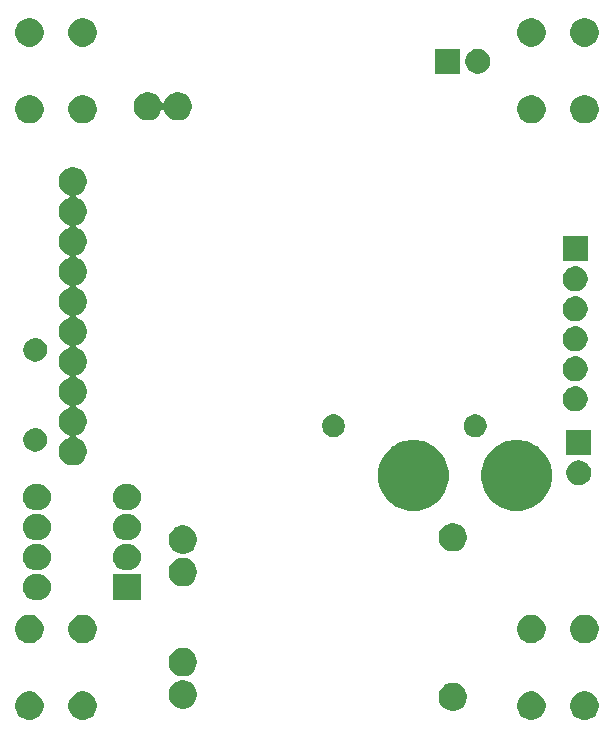
<source format=gbr>
G04 #@! TF.GenerationSoftware,KiCad,Pcbnew,5.1.5-52549c5~84~ubuntu18.04.1*
G04 #@! TF.CreationDate,2020-03-10T16:59:25+01:00*
G04 #@! TF.ProjectId,Nokolino,4e6f6b6f-6c69-46e6-9f2e-6b696361645f,3.0*
G04 #@! TF.SameCoordinates,Original*
G04 #@! TF.FileFunction,Soldermask,Bot*
G04 #@! TF.FilePolarity,Negative*
%FSLAX46Y46*%
G04 Gerber Fmt 4.6, Leading zero omitted, Abs format (unit mm)*
G04 Created by KiCad (PCBNEW 5.1.5-52549c5~84~ubuntu18.04.1) date 2020-03-10 16:59:25*
%MOMM*%
%LPD*%
G04 APERTURE LIST*
%ADD10C,0.100000*%
G04 APERTURE END LIST*
D10*
G36*
X168900026Y-137346115D02*
G01*
X169098945Y-137428510D01*
X169118413Y-137436574D01*
X169314955Y-137567899D01*
X169482101Y-137735045D01*
X169590133Y-137896726D01*
X169613427Y-137931589D01*
X169703885Y-138149974D01*
X169750000Y-138381809D01*
X169750000Y-138618191D01*
X169703885Y-138850026D01*
X169613427Y-139068411D01*
X169613426Y-139068413D01*
X169482101Y-139264955D01*
X169314955Y-139432101D01*
X169118413Y-139563426D01*
X169118412Y-139563427D01*
X169118411Y-139563427D01*
X168900026Y-139653885D01*
X168668191Y-139700000D01*
X168431809Y-139700000D01*
X168199974Y-139653885D01*
X167981589Y-139563427D01*
X167981588Y-139563427D01*
X167981587Y-139563426D01*
X167785045Y-139432101D01*
X167617899Y-139264955D01*
X167486574Y-139068413D01*
X167486573Y-139068411D01*
X167396115Y-138850026D01*
X167350000Y-138618191D01*
X167350000Y-138381809D01*
X167396115Y-138149974D01*
X167486573Y-137931589D01*
X167509868Y-137896726D01*
X167617899Y-137735045D01*
X167785045Y-137567899D01*
X167981587Y-137436574D01*
X168001055Y-137428510D01*
X168199974Y-137346115D01*
X168431809Y-137300000D01*
X168668191Y-137300000D01*
X168900026Y-137346115D01*
G37*
G36*
X164400026Y-137346115D02*
G01*
X164598945Y-137428510D01*
X164618413Y-137436574D01*
X164814955Y-137567899D01*
X164982101Y-137735045D01*
X165090133Y-137896726D01*
X165113427Y-137931589D01*
X165203885Y-138149974D01*
X165250000Y-138381809D01*
X165250000Y-138618191D01*
X165203885Y-138850026D01*
X165113427Y-139068411D01*
X165113426Y-139068413D01*
X164982101Y-139264955D01*
X164814955Y-139432101D01*
X164618413Y-139563426D01*
X164618412Y-139563427D01*
X164618411Y-139563427D01*
X164400026Y-139653885D01*
X164168191Y-139700000D01*
X163931809Y-139700000D01*
X163699974Y-139653885D01*
X163481589Y-139563427D01*
X163481588Y-139563427D01*
X163481587Y-139563426D01*
X163285045Y-139432101D01*
X163117899Y-139264955D01*
X162986574Y-139068413D01*
X162986573Y-139068411D01*
X162896115Y-138850026D01*
X162850000Y-138618191D01*
X162850000Y-138381809D01*
X162896115Y-138149974D01*
X162986573Y-137931589D01*
X163009868Y-137896726D01*
X163117899Y-137735045D01*
X163285045Y-137567899D01*
X163481587Y-137436574D01*
X163501055Y-137428510D01*
X163699974Y-137346115D01*
X163931809Y-137300000D01*
X164168191Y-137300000D01*
X164400026Y-137346115D01*
G37*
G36*
X126400026Y-137346115D02*
G01*
X126598945Y-137428510D01*
X126618413Y-137436574D01*
X126814955Y-137567899D01*
X126982101Y-137735045D01*
X127090133Y-137896726D01*
X127113427Y-137931589D01*
X127203885Y-138149974D01*
X127250000Y-138381809D01*
X127250000Y-138618191D01*
X127203885Y-138850026D01*
X127113427Y-139068411D01*
X127113426Y-139068413D01*
X126982101Y-139264955D01*
X126814955Y-139432101D01*
X126618413Y-139563426D01*
X126618412Y-139563427D01*
X126618411Y-139563427D01*
X126400026Y-139653885D01*
X126168191Y-139700000D01*
X125931809Y-139700000D01*
X125699974Y-139653885D01*
X125481589Y-139563427D01*
X125481588Y-139563427D01*
X125481587Y-139563426D01*
X125285045Y-139432101D01*
X125117899Y-139264955D01*
X124986574Y-139068413D01*
X124986573Y-139068411D01*
X124896115Y-138850026D01*
X124850000Y-138618191D01*
X124850000Y-138381809D01*
X124896115Y-138149974D01*
X124986573Y-137931589D01*
X125009868Y-137896726D01*
X125117899Y-137735045D01*
X125285045Y-137567899D01*
X125481587Y-137436574D01*
X125501055Y-137428510D01*
X125699974Y-137346115D01*
X125931809Y-137300000D01*
X126168191Y-137300000D01*
X126400026Y-137346115D01*
G37*
G36*
X121900026Y-137346115D02*
G01*
X122098945Y-137428510D01*
X122118413Y-137436574D01*
X122314955Y-137567899D01*
X122482101Y-137735045D01*
X122590133Y-137896726D01*
X122613427Y-137931589D01*
X122703885Y-138149974D01*
X122750000Y-138381809D01*
X122750000Y-138618191D01*
X122703885Y-138850026D01*
X122613427Y-139068411D01*
X122613426Y-139068413D01*
X122482101Y-139264955D01*
X122314955Y-139432101D01*
X122118413Y-139563426D01*
X122118412Y-139563427D01*
X122118411Y-139563427D01*
X121900026Y-139653885D01*
X121668191Y-139700000D01*
X121431809Y-139700000D01*
X121199974Y-139653885D01*
X120981589Y-139563427D01*
X120981588Y-139563427D01*
X120981587Y-139563426D01*
X120785045Y-139432101D01*
X120617899Y-139264955D01*
X120486574Y-139068413D01*
X120486573Y-139068411D01*
X120396115Y-138850026D01*
X120350000Y-138618191D01*
X120350000Y-138381809D01*
X120396115Y-138149974D01*
X120486573Y-137931589D01*
X120509868Y-137896726D01*
X120617899Y-137735045D01*
X120785045Y-137567899D01*
X120981587Y-137436574D01*
X121001055Y-137428510D01*
X121199974Y-137346115D01*
X121431809Y-137300000D01*
X121668191Y-137300000D01*
X121900026Y-137346115D01*
G37*
G36*
X157749126Y-136596015D02*
G01*
X157967511Y-136686473D01*
X157967513Y-136686474D01*
X158110096Y-136781745D01*
X158164055Y-136817799D01*
X158331201Y-136984945D01*
X158462527Y-137181489D01*
X158552985Y-137399874D01*
X158599100Y-137631709D01*
X158599100Y-137868091D01*
X158552985Y-138099926D01*
X158532254Y-138149974D01*
X158462526Y-138318313D01*
X158331201Y-138514855D01*
X158164055Y-138682001D01*
X157967513Y-138813326D01*
X157967512Y-138813327D01*
X157967511Y-138813327D01*
X157749126Y-138903785D01*
X157517291Y-138949900D01*
X157280909Y-138949900D01*
X157049074Y-138903785D01*
X156830689Y-138813327D01*
X156830688Y-138813327D01*
X156830687Y-138813326D01*
X156634145Y-138682001D01*
X156466999Y-138514855D01*
X156335674Y-138318313D01*
X156265946Y-138149974D01*
X156245215Y-138099926D01*
X156199100Y-137868091D01*
X156199100Y-137631709D01*
X156245215Y-137399874D01*
X156335673Y-137181489D01*
X156466999Y-136984945D01*
X156634145Y-136817799D01*
X156688104Y-136781745D01*
X156830687Y-136686474D01*
X156830689Y-136686473D01*
X157049074Y-136596015D01*
X157280909Y-136549900D01*
X157517291Y-136549900D01*
X157749126Y-136596015D01*
G37*
G36*
X134889126Y-136392815D02*
G01*
X135107511Y-136483273D01*
X135107513Y-136483274D01*
X135304055Y-136614599D01*
X135471201Y-136781745D01*
X135602527Y-136978289D01*
X135692985Y-137196674D01*
X135739100Y-137428509D01*
X135739100Y-137664891D01*
X135692985Y-137896726D01*
X135678545Y-137931587D01*
X135602526Y-138115113D01*
X135471201Y-138311655D01*
X135304055Y-138478801D01*
X135107513Y-138610126D01*
X135107512Y-138610127D01*
X135107511Y-138610127D01*
X134889126Y-138700585D01*
X134657291Y-138746700D01*
X134420909Y-138746700D01*
X134189074Y-138700585D01*
X133970689Y-138610127D01*
X133970688Y-138610127D01*
X133970687Y-138610126D01*
X133774145Y-138478801D01*
X133606999Y-138311655D01*
X133475674Y-138115113D01*
X133399655Y-137931587D01*
X133385215Y-137896726D01*
X133339100Y-137664891D01*
X133339100Y-137428509D01*
X133385215Y-137196674D01*
X133475673Y-136978289D01*
X133606999Y-136781745D01*
X133774145Y-136614599D01*
X133970687Y-136483274D01*
X133970689Y-136483273D01*
X134189074Y-136392815D01*
X134420909Y-136346700D01*
X134657291Y-136346700D01*
X134889126Y-136392815D01*
G37*
G36*
X134889126Y-133649615D02*
G01*
X135107511Y-133740073D01*
X135107513Y-133740074D01*
X135304055Y-133871399D01*
X135471201Y-134038545D01*
X135602527Y-134235089D01*
X135692985Y-134453474D01*
X135739100Y-134685309D01*
X135739100Y-134921691D01*
X135692985Y-135153526D01*
X135602527Y-135371911D01*
X135602526Y-135371913D01*
X135471201Y-135568455D01*
X135304055Y-135735601D01*
X135107513Y-135866926D01*
X135107512Y-135866927D01*
X135107511Y-135866927D01*
X134889126Y-135957385D01*
X134657291Y-136003500D01*
X134420909Y-136003500D01*
X134189074Y-135957385D01*
X133970689Y-135866927D01*
X133970688Y-135866927D01*
X133970687Y-135866926D01*
X133774145Y-135735601D01*
X133606999Y-135568455D01*
X133475674Y-135371913D01*
X133475673Y-135371911D01*
X133385215Y-135153526D01*
X133339100Y-134921691D01*
X133339100Y-134685309D01*
X133385215Y-134453474D01*
X133475673Y-134235089D01*
X133606999Y-134038545D01*
X133774145Y-133871399D01*
X133970687Y-133740074D01*
X133970689Y-133740073D01*
X134189074Y-133649615D01*
X134420909Y-133603500D01*
X134657291Y-133603500D01*
X134889126Y-133649615D01*
G37*
G36*
X121900026Y-130846115D02*
G01*
X122118411Y-130936573D01*
X122118413Y-130936574D01*
X122314955Y-131067899D01*
X122482101Y-131235045D01*
X122613427Y-131431589D01*
X122703885Y-131649974D01*
X122750000Y-131881809D01*
X122750000Y-132118191D01*
X122703885Y-132350026D01*
X122613427Y-132568411D01*
X122613426Y-132568413D01*
X122482101Y-132764955D01*
X122314955Y-132932101D01*
X122118413Y-133063426D01*
X122118412Y-133063427D01*
X122118411Y-133063427D01*
X121900026Y-133153885D01*
X121668191Y-133200000D01*
X121431809Y-133200000D01*
X121199974Y-133153885D01*
X120981589Y-133063427D01*
X120981588Y-133063427D01*
X120981587Y-133063426D01*
X120785045Y-132932101D01*
X120617899Y-132764955D01*
X120486574Y-132568413D01*
X120486573Y-132568411D01*
X120396115Y-132350026D01*
X120350000Y-132118191D01*
X120350000Y-131881809D01*
X120396115Y-131649974D01*
X120486573Y-131431589D01*
X120617899Y-131235045D01*
X120785045Y-131067899D01*
X120981587Y-130936574D01*
X120981589Y-130936573D01*
X121199974Y-130846115D01*
X121431809Y-130800000D01*
X121668191Y-130800000D01*
X121900026Y-130846115D01*
G37*
G36*
X168900026Y-130846115D02*
G01*
X169118411Y-130936573D01*
X169118413Y-130936574D01*
X169314955Y-131067899D01*
X169482101Y-131235045D01*
X169613427Y-131431589D01*
X169703885Y-131649974D01*
X169750000Y-131881809D01*
X169750000Y-132118191D01*
X169703885Y-132350026D01*
X169613427Y-132568411D01*
X169613426Y-132568413D01*
X169482101Y-132764955D01*
X169314955Y-132932101D01*
X169118413Y-133063426D01*
X169118412Y-133063427D01*
X169118411Y-133063427D01*
X168900026Y-133153885D01*
X168668191Y-133200000D01*
X168431809Y-133200000D01*
X168199974Y-133153885D01*
X167981589Y-133063427D01*
X167981588Y-133063427D01*
X167981587Y-133063426D01*
X167785045Y-132932101D01*
X167617899Y-132764955D01*
X167486574Y-132568413D01*
X167486573Y-132568411D01*
X167396115Y-132350026D01*
X167350000Y-132118191D01*
X167350000Y-131881809D01*
X167396115Y-131649974D01*
X167486573Y-131431589D01*
X167617899Y-131235045D01*
X167785045Y-131067899D01*
X167981587Y-130936574D01*
X167981589Y-130936573D01*
X168199974Y-130846115D01*
X168431809Y-130800000D01*
X168668191Y-130800000D01*
X168900026Y-130846115D01*
G37*
G36*
X164400026Y-130846115D02*
G01*
X164618411Y-130936573D01*
X164618413Y-130936574D01*
X164814955Y-131067899D01*
X164982101Y-131235045D01*
X165113427Y-131431589D01*
X165203885Y-131649974D01*
X165250000Y-131881809D01*
X165250000Y-132118191D01*
X165203885Y-132350026D01*
X165113427Y-132568411D01*
X165113426Y-132568413D01*
X164982101Y-132764955D01*
X164814955Y-132932101D01*
X164618413Y-133063426D01*
X164618412Y-133063427D01*
X164618411Y-133063427D01*
X164400026Y-133153885D01*
X164168191Y-133200000D01*
X163931809Y-133200000D01*
X163699974Y-133153885D01*
X163481589Y-133063427D01*
X163481588Y-133063427D01*
X163481587Y-133063426D01*
X163285045Y-132932101D01*
X163117899Y-132764955D01*
X162986574Y-132568413D01*
X162986573Y-132568411D01*
X162896115Y-132350026D01*
X162850000Y-132118191D01*
X162850000Y-131881809D01*
X162896115Y-131649974D01*
X162986573Y-131431589D01*
X163117899Y-131235045D01*
X163285045Y-131067899D01*
X163481587Y-130936574D01*
X163481589Y-130936573D01*
X163699974Y-130846115D01*
X163931809Y-130800000D01*
X164168191Y-130800000D01*
X164400026Y-130846115D01*
G37*
G36*
X126400026Y-130846115D02*
G01*
X126618411Y-130936573D01*
X126618413Y-130936574D01*
X126814955Y-131067899D01*
X126982101Y-131235045D01*
X127113427Y-131431589D01*
X127203885Y-131649974D01*
X127250000Y-131881809D01*
X127250000Y-132118191D01*
X127203885Y-132350026D01*
X127113427Y-132568411D01*
X127113426Y-132568413D01*
X126982101Y-132764955D01*
X126814955Y-132932101D01*
X126618413Y-133063426D01*
X126618412Y-133063427D01*
X126618411Y-133063427D01*
X126400026Y-133153885D01*
X126168191Y-133200000D01*
X125931809Y-133200000D01*
X125699974Y-133153885D01*
X125481589Y-133063427D01*
X125481588Y-133063427D01*
X125481587Y-133063426D01*
X125285045Y-132932101D01*
X125117899Y-132764955D01*
X124986574Y-132568413D01*
X124986573Y-132568411D01*
X124896115Y-132350026D01*
X124850000Y-132118191D01*
X124850000Y-131881809D01*
X124896115Y-131649974D01*
X124986573Y-131431589D01*
X125117899Y-131235045D01*
X125285045Y-131067899D01*
X125481587Y-130936574D01*
X125481589Y-130936573D01*
X125699974Y-130846115D01*
X125931809Y-130800000D01*
X126168191Y-130800000D01*
X126400026Y-130846115D01*
G37*
G36*
X122416837Y-127361458D02*
G01*
X122497638Y-127369416D01*
X122651034Y-127415949D01*
X122704992Y-127432317D01*
X122896084Y-127534457D01*
X123063581Y-127671919D01*
X123201043Y-127839416D01*
X123303183Y-128030508D01*
X123303184Y-128030512D01*
X123366084Y-128237862D01*
X123387322Y-128453500D01*
X123366084Y-128669138D01*
X123319551Y-128822534D01*
X123303183Y-128876492D01*
X123201043Y-129067584D01*
X123063581Y-129235081D01*
X122896084Y-129372543D01*
X122704992Y-129474683D01*
X122651034Y-129491051D01*
X122497638Y-129537584D01*
X122416837Y-129545542D01*
X122336038Y-129553500D01*
X122027962Y-129553500D01*
X121947163Y-129545542D01*
X121866362Y-129537584D01*
X121712966Y-129491051D01*
X121659008Y-129474683D01*
X121467916Y-129372543D01*
X121300419Y-129235081D01*
X121162957Y-129067584D01*
X121060817Y-128876492D01*
X121044449Y-128822534D01*
X120997916Y-128669138D01*
X120976678Y-128453500D01*
X120997916Y-128237862D01*
X121060816Y-128030512D01*
X121060817Y-128030508D01*
X121162957Y-127839416D01*
X121300419Y-127671919D01*
X121467916Y-127534457D01*
X121659008Y-127432317D01*
X121712966Y-127415949D01*
X121866362Y-127369416D01*
X121947163Y-127361458D01*
X122027962Y-127353500D01*
X122336038Y-127353500D01*
X122416837Y-127361458D01*
G37*
G36*
X131002000Y-129553500D02*
G01*
X128602000Y-129553500D01*
X128602000Y-127353500D01*
X131002000Y-127353500D01*
X131002000Y-129553500D01*
G37*
G36*
X134889126Y-126029615D02*
G01*
X135107511Y-126120073D01*
X135107513Y-126120074D01*
X135121075Y-126129136D01*
X135304055Y-126251399D01*
X135471201Y-126418545D01*
X135602527Y-126615089D01*
X135692985Y-126833474D01*
X135739100Y-127065309D01*
X135739100Y-127301691D01*
X135692985Y-127533526D01*
X135602527Y-127751911D01*
X135602526Y-127751913D01*
X135471201Y-127948455D01*
X135304055Y-128115601D01*
X135107513Y-128246926D01*
X135107512Y-128246927D01*
X135107511Y-128246927D01*
X134889126Y-128337385D01*
X134657291Y-128383500D01*
X134420909Y-128383500D01*
X134189074Y-128337385D01*
X133970689Y-128246927D01*
X133970688Y-128246927D01*
X133970687Y-128246926D01*
X133774145Y-128115601D01*
X133606999Y-127948455D01*
X133475674Y-127751913D01*
X133475673Y-127751911D01*
X133385215Y-127533526D01*
X133339100Y-127301691D01*
X133339100Y-127065309D01*
X133385215Y-126833474D01*
X133475673Y-126615089D01*
X133606999Y-126418545D01*
X133774145Y-126251399D01*
X133957125Y-126129136D01*
X133970687Y-126120074D01*
X133970689Y-126120073D01*
X134189074Y-126029615D01*
X134420909Y-125983500D01*
X134657291Y-125983500D01*
X134889126Y-126029615D01*
G37*
G36*
X122416837Y-124821458D02*
G01*
X122497638Y-124829416D01*
X122651034Y-124875949D01*
X122704992Y-124892317D01*
X122896084Y-124994457D01*
X123063581Y-125131919D01*
X123201043Y-125299416D01*
X123303183Y-125490508D01*
X123307193Y-125503727D01*
X123366084Y-125697862D01*
X123387322Y-125913500D01*
X123366084Y-126129138D01*
X123328996Y-126251399D01*
X123303183Y-126336492D01*
X123201043Y-126527584D01*
X123063581Y-126695081D01*
X122896084Y-126832543D01*
X122704992Y-126934683D01*
X122651034Y-126951051D01*
X122497638Y-126997584D01*
X122416837Y-127005542D01*
X122336038Y-127013500D01*
X122027962Y-127013500D01*
X121947163Y-127005542D01*
X121866362Y-126997584D01*
X121712966Y-126951051D01*
X121659008Y-126934683D01*
X121467916Y-126832543D01*
X121300419Y-126695081D01*
X121162957Y-126527584D01*
X121060817Y-126336492D01*
X121035004Y-126251399D01*
X120997916Y-126129138D01*
X120976678Y-125913500D01*
X120997916Y-125697862D01*
X121056807Y-125503727D01*
X121060817Y-125490508D01*
X121162957Y-125299416D01*
X121300419Y-125131919D01*
X121467916Y-124994457D01*
X121659008Y-124892317D01*
X121712966Y-124875949D01*
X121866362Y-124829416D01*
X121947163Y-124821458D01*
X122027962Y-124813500D01*
X122336038Y-124813500D01*
X122416837Y-124821458D01*
G37*
G36*
X130036837Y-124821458D02*
G01*
X130117638Y-124829416D01*
X130271034Y-124875949D01*
X130324992Y-124892317D01*
X130516084Y-124994457D01*
X130683581Y-125131919D01*
X130821043Y-125299416D01*
X130923183Y-125490508D01*
X130927193Y-125503727D01*
X130986084Y-125697862D01*
X131007322Y-125913500D01*
X130986084Y-126129138D01*
X130948996Y-126251399D01*
X130923183Y-126336492D01*
X130821043Y-126527584D01*
X130683581Y-126695081D01*
X130516084Y-126832543D01*
X130324992Y-126934683D01*
X130271034Y-126951051D01*
X130117638Y-126997584D01*
X130036837Y-127005542D01*
X129956038Y-127013500D01*
X129647962Y-127013500D01*
X129567163Y-127005542D01*
X129486362Y-126997584D01*
X129332966Y-126951051D01*
X129279008Y-126934683D01*
X129087916Y-126832543D01*
X128920419Y-126695081D01*
X128782957Y-126527584D01*
X128680817Y-126336492D01*
X128655004Y-126251399D01*
X128617916Y-126129138D01*
X128596678Y-125913500D01*
X128617916Y-125697862D01*
X128676807Y-125503727D01*
X128680817Y-125490508D01*
X128782957Y-125299416D01*
X128920419Y-125131919D01*
X129087916Y-124994457D01*
X129279008Y-124892317D01*
X129332966Y-124875949D01*
X129486362Y-124829416D01*
X129567163Y-124821458D01*
X129647962Y-124813500D01*
X129956038Y-124813500D01*
X130036837Y-124821458D01*
G37*
G36*
X134889126Y-123286415D02*
G01*
X135107511Y-123376873D01*
X135107513Y-123376874D01*
X135250096Y-123472145D01*
X135304055Y-123508199D01*
X135471201Y-123675345D01*
X135602527Y-123871889D01*
X135692985Y-124090274D01*
X135739100Y-124322109D01*
X135739100Y-124558491D01*
X135692985Y-124790326D01*
X135676793Y-124829416D01*
X135602526Y-125008713D01*
X135471201Y-125205255D01*
X135304055Y-125372401D01*
X135107513Y-125503726D01*
X135107512Y-125503727D01*
X135107511Y-125503727D01*
X134889126Y-125594185D01*
X134657291Y-125640300D01*
X134420909Y-125640300D01*
X134189074Y-125594185D01*
X133970689Y-125503727D01*
X133970688Y-125503727D01*
X133970687Y-125503726D01*
X133774145Y-125372401D01*
X133606999Y-125205255D01*
X133475674Y-125008713D01*
X133401407Y-124829416D01*
X133385215Y-124790326D01*
X133339100Y-124558491D01*
X133339100Y-124322109D01*
X133385215Y-124090274D01*
X133475673Y-123871889D01*
X133606999Y-123675345D01*
X133774145Y-123508199D01*
X133828104Y-123472145D01*
X133970687Y-123376874D01*
X133970689Y-123376873D01*
X134189074Y-123286415D01*
X134420909Y-123240300D01*
X134657291Y-123240300D01*
X134889126Y-123286415D01*
G37*
G36*
X157749126Y-123083215D02*
G01*
X157967511Y-123173673D01*
X157967513Y-123173674D01*
X158164055Y-123304999D01*
X158331201Y-123472145D01*
X158462527Y-123668689D01*
X158552985Y-123887074D01*
X158599100Y-124118909D01*
X158599100Y-124355291D01*
X158552985Y-124587126D01*
X158468817Y-124790326D01*
X158462526Y-124805513D01*
X158331201Y-125002055D01*
X158164055Y-125169201D01*
X157967513Y-125300526D01*
X157967512Y-125300527D01*
X157967511Y-125300527D01*
X157749126Y-125390985D01*
X157517291Y-125437100D01*
X157280909Y-125437100D01*
X157049074Y-125390985D01*
X156830689Y-125300527D01*
X156830688Y-125300527D01*
X156830687Y-125300526D01*
X156634145Y-125169201D01*
X156466999Y-125002055D01*
X156335674Y-124805513D01*
X156329383Y-124790326D01*
X156245215Y-124587126D01*
X156199100Y-124355291D01*
X156199100Y-124118909D01*
X156245215Y-123887074D01*
X156335673Y-123668689D01*
X156466999Y-123472145D01*
X156634145Y-123304999D01*
X156830687Y-123173674D01*
X156830689Y-123173673D01*
X157049074Y-123083215D01*
X157280909Y-123037100D01*
X157517291Y-123037100D01*
X157749126Y-123083215D01*
G37*
G36*
X130036837Y-122281458D02*
G01*
X130117638Y-122289416D01*
X130271034Y-122335949D01*
X130324992Y-122352317D01*
X130516084Y-122454457D01*
X130683581Y-122591919D01*
X130821043Y-122759416D01*
X130923183Y-122950508D01*
X130923184Y-122950512D01*
X130986084Y-123157862D01*
X131007322Y-123373500D01*
X130986084Y-123589138D01*
X130961952Y-123668689D01*
X130923183Y-123796492D01*
X130821043Y-123987584D01*
X130683581Y-124155081D01*
X130516084Y-124292543D01*
X130324992Y-124394683D01*
X130271034Y-124411051D01*
X130117638Y-124457584D01*
X130036837Y-124465542D01*
X129956038Y-124473500D01*
X129647962Y-124473500D01*
X129567163Y-124465542D01*
X129486362Y-124457584D01*
X129332966Y-124411051D01*
X129279008Y-124394683D01*
X129087916Y-124292543D01*
X128920419Y-124155081D01*
X128782957Y-123987584D01*
X128680817Y-123796492D01*
X128642048Y-123668689D01*
X128617916Y-123589138D01*
X128596678Y-123373500D01*
X128617916Y-123157862D01*
X128680816Y-122950512D01*
X128680817Y-122950508D01*
X128782957Y-122759416D01*
X128920419Y-122591919D01*
X129087916Y-122454457D01*
X129279008Y-122352317D01*
X129332966Y-122335949D01*
X129486362Y-122289416D01*
X129567163Y-122281458D01*
X129647962Y-122273500D01*
X129956038Y-122273500D01*
X130036837Y-122281458D01*
G37*
G36*
X122416837Y-122281458D02*
G01*
X122497638Y-122289416D01*
X122651034Y-122335949D01*
X122704992Y-122352317D01*
X122896084Y-122454457D01*
X123063581Y-122591919D01*
X123201043Y-122759416D01*
X123303183Y-122950508D01*
X123303184Y-122950512D01*
X123366084Y-123157862D01*
X123387322Y-123373500D01*
X123366084Y-123589138D01*
X123341952Y-123668689D01*
X123303183Y-123796492D01*
X123201043Y-123987584D01*
X123063581Y-124155081D01*
X122896084Y-124292543D01*
X122704992Y-124394683D01*
X122651034Y-124411051D01*
X122497638Y-124457584D01*
X122416837Y-124465542D01*
X122336038Y-124473500D01*
X122027962Y-124473500D01*
X121947163Y-124465542D01*
X121866362Y-124457584D01*
X121712966Y-124411051D01*
X121659008Y-124394683D01*
X121467916Y-124292543D01*
X121300419Y-124155081D01*
X121162957Y-123987584D01*
X121060817Y-123796492D01*
X121022048Y-123668689D01*
X120997916Y-123589138D01*
X120976678Y-123373500D01*
X120997916Y-123157862D01*
X121060816Y-122950512D01*
X121060817Y-122950508D01*
X121162957Y-122759416D01*
X121300419Y-122591919D01*
X121467916Y-122454457D01*
X121659008Y-122352317D01*
X121712966Y-122335949D01*
X121866362Y-122289416D01*
X121947163Y-122281458D01*
X122027962Y-122273500D01*
X122336038Y-122273500D01*
X122416837Y-122281458D01*
G37*
G36*
X154731870Y-116076859D02*
G01*
X154925068Y-116115288D01*
X155311122Y-116275197D01*
X155350936Y-116291688D01*
X155471033Y-116341434D01*
X155546092Y-116391587D01*
X155914072Y-116637463D01*
X155962389Y-116669748D01*
X156380252Y-117087611D01*
X156708566Y-117578967D01*
X156932945Y-118120665D01*
X156934712Y-118124933D01*
X157046432Y-118686584D01*
X157050000Y-118704526D01*
X157050000Y-119295474D01*
X156934712Y-119875068D01*
X156708566Y-120421033D01*
X156543295Y-120668378D01*
X156380253Y-120912388D01*
X155962388Y-121330253D01*
X155718378Y-121493295D01*
X155471033Y-121658566D01*
X154925068Y-121884712D01*
X154759809Y-121917584D01*
X154345476Y-122000000D01*
X153754524Y-122000000D01*
X153340191Y-121917584D01*
X153174932Y-121884712D01*
X152628967Y-121658566D01*
X152381622Y-121493295D01*
X152137612Y-121330253D01*
X151719747Y-120912388D01*
X151556705Y-120668378D01*
X151391434Y-120421033D01*
X151165288Y-119875068D01*
X151050000Y-119295474D01*
X151050000Y-118704526D01*
X151053569Y-118686584D01*
X151165288Y-118124933D01*
X151167056Y-118120665D01*
X151391434Y-117578967D01*
X151719748Y-117087611D01*
X152137611Y-116669748D01*
X152185929Y-116637463D01*
X152553908Y-116391587D01*
X152628967Y-116341434D01*
X152749065Y-116291688D01*
X152788878Y-116275197D01*
X153174932Y-116115288D01*
X153368130Y-116076859D01*
X153754524Y-116000000D01*
X154345476Y-116000000D01*
X154731870Y-116076859D01*
G37*
G36*
X163481870Y-116076859D02*
G01*
X163675068Y-116115288D01*
X164061122Y-116275197D01*
X164100936Y-116291688D01*
X164221033Y-116341434D01*
X164296092Y-116391587D01*
X164664072Y-116637463D01*
X164712389Y-116669748D01*
X165130252Y-117087611D01*
X165458566Y-117578967D01*
X165682945Y-118120665D01*
X165684712Y-118124933D01*
X165796432Y-118686584D01*
X165800000Y-118704526D01*
X165800000Y-119295474D01*
X165684712Y-119875068D01*
X165458566Y-120421033D01*
X165293295Y-120668378D01*
X165130253Y-120912388D01*
X164712388Y-121330253D01*
X164468378Y-121493295D01*
X164221033Y-121658566D01*
X163675068Y-121884712D01*
X163509809Y-121917584D01*
X163095476Y-122000000D01*
X162504524Y-122000000D01*
X162090191Y-121917584D01*
X161924932Y-121884712D01*
X161378967Y-121658566D01*
X161131622Y-121493295D01*
X160887612Y-121330253D01*
X160469747Y-120912388D01*
X160306705Y-120668378D01*
X160141434Y-120421033D01*
X159915288Y-119875068D01*
X159800000Y-119295474D01*
X159800000Y-118704526D01*
X159803569Y-118686584D01*
X159915288Y-118124933D01*
X159917056Y-118120665D01*
X160141434Y-117578967D01*
X160469748Y-117087611D01*
X160887611Y-116669748D01*
X160935929Y-116637463D01*
X161303908Y-116391587D01*
X161378967Y-116341434D01*
X161499065Y-116291688D01*
X161538878Y-116275197D01*
X161924932Y-116115288D01*
X162118130Y-116076859D01*
X162504524Y-116000000D01*
X163095476Y-116000000D01*
X163481870Y-116076859D01*
G37*
G36*
X130036837Y-119741458D02*
G01*
X130117638Y-119749416D01*
X130271034Y-119795949D01*
X130324992Y-119812317D01*
X130516084Y-119914457D01*
X130683581Y-120051919D01*
X130821043Y-120219416D01*
X130923183Y-120410508D01*
X130923184Y-120410512D01*
X130986084Y-120617862D01*
X131007322Y-120833500D01*
X130986084Y-121049138D01*
X130939551Y-121202534D01*
X130923183Y-121256492D01*
X130821043Y-121447584D01*
X130683581Y-121615081D01*
X130516084Y-121752543D01*
X130324992Y-121854683D01*
X130271034Y-121871051D01*
X130117638Y-121917584D01*
X130036837Y-121925542D01*
X129956038Y-121933500D01*
X129647962Y-121933500D01*
X129567163Y-121925542D01*
X129486362Y-121917584D01*
X129332966Y-121871051D01*
X129279008Y-121854683D01*
X129087916Y-121752543D01*
X128920419Y-121615081D01*
X128782957Y-121447584D01*
X128680817Y-121256492D01*
X128664449Y-121202534D01*
X128617916Y-121049138D01*
X128596678Y-120833500D01*
X128617916Y-120617862D01*
X128680816Y-120410512D01*
X128680817Y-120410508D01*
X128782957Y-120219416D01*
X128920419Y-120051919D01*
X129087916Y-119914457D01*
X129279008Y-119812317D01*
X129332966Y-119795949D01*
X129486362Y-119749416D01*
X129567163Y-119741458D01*
X129647962Y-119733500D01*
X129956038Y-119733500D01*
X130036837Y-119741458D01*
G37*
G36*
X122416837Y-119741458D02*
G01*
X122497638Y-119749416D01*
X122651034Y-119795949D01*
X122704992Y-119812317D01*
X122896084Y-119914457D01*
X123063581Y-120051919D01*
X123201043Y-120219416D01*
X123303183Y-120410508D01*
X123303184Y-120410512D01*
X123366084Y-120617862D01*
X123387322Y-120833500D01*
X123366084Y-121049138D01*
X123319551Y-121202534D01*
X123303183Y-121256492D01*
X123201043Y-121447584D01*
X123063581Y-121615081D01*
X122896084Y-121752543D01*
X122704992Y-121854683D01*
X122651034Y-121871051D01*
X122497638Y-121917584D01*
X122416837Y-121925542D01*
X122336038Y-121933500D01*
X122027962Y-121933500D01*
X121947163Y-121925542D01*
X121866362Y-121917584D01*
X121712966Y-121871051D01*
X121659008Y-121854683D01*
X121467916Y-121752543D01*
X121300419Y-121615081D01*
X121162957Y-121447584D01*
X121060817Y-121256492D01*
X121044449Y-121202534D01*
X120997916Y-121049138D01*
X120976678Y-120833500D01*
X120997916Y-120617862D01*
X121060816Y-120410512D01*
X121060817Y-120410508D01*
X121162957Y-120219416D01*
X121300419Y-120051919D01*
X121467916Y-119914457D01*
X121659008Y-119812317D01*
X121712966Y-119795949D01*
X121866362Y-119749416D01*
X121947163Y-119741458D01*
X122027962Y-119733500D01*
X122336038Y-119733500D01*
X122416837Y-119741458D01*
G37*
G36*
X168178687Y-117745027D02*
G01*
X168356274Y-117780350D01*
X168547362Y-117859502D01*
X168719336Y-117974411D01*
X168865589Y-118120664D01*
X168980498Y-118292638D01*
X169059650Y-118483726D01*
X169100000Y-118686584D01*
X169100000Y-118893416D01*
X169059650Y-119096274D01*
X168980498Y-119287362D01*
X168865589Y-119459336D01*
X168719336Y-119605589D01*
X168547362Y-119720498D01*
X168356274Y-119799650D01*
X168178687Y-119834973D01*
X168153417Y-119840000D01*
X167946583Y-119840000D01*
X167921313Y-119834973D01*
X167743726Y-119799650D01*
X167552638Y-119720498D01*
X167380664Y-119605589D01*
X167234411Y-119459336D01*
X167119502Y-119287362D01*
X167040350Y-119096274D01*
X167000000Y-118893416D01*
X167000000Y-118686584D01*
X167040350Y-118483726D01*
X167119502Y-118292638D01*
X167234411Y-118120664D01*
X167380664Y-117974411D01*
X167552638Y-117859502D01*
X167743726Y-117780350D01*
X167921313Y-117745027D01*
X167946583Y-117740000D01*
X168153417Y-117740000D01*
X168178687Y-117745027D01*
G37*
G36*
X125580026Y-92946115D02*
G01*
X125798411Y-93036573D01*
X125798413Y-93036574D01*
X125994955Y-93167899D01*
X126162101Y-93335045D01*
X126293427Y-93531589D01*
X126383885Y-93749974D01*
X126430000Y-93981809D01*
X126430000Y-94218191D01*
X126383885Y-94450026D01*
X126293427Y-94668411D01*
X126293426Y-94668413D01*
X126162101Y-94864955D01*
X125994955Y-95032101D01*
X125798413Y-95163426D01*
X125798412Y-95163427D01*
X125798411Y-95163427D01*
X125578503Y-95254516D01*
X125556892Y-95266067D01*
X125537950Y-95281612D01*
X125522405Y-95300554D01*
X125510854Y-95322165D01*
X125503741Y-95345614D01*
X125501339Y-95370000D01*
X125503741Y-95394386D01*
X125510854Y-95417835D01*
X125522405Y-95439446D01*
X125537950Y-95458388D01*
X125556892Y-95473933D01*
X125578503Y-95485484D01*
X125798411Y-95576573D01*
X125798413Y-95576574D01*
X125994955Y-95707899D01*
X126162101Y-95875045D01*
X126293427Y-96071589D01*
X126383885Y-96289974D01*
X126430000Y-96521809D01*
X126430000Y-96758191D01*
X126383885Y-96990026D01*
X126293427Y-97208411D01*
X126293426Y-97208413D01*
X126162101Y-97404955D01*
X125994955Y-97572101D01*
X125798413Y-97703426D01*
X125798412Y-97703427D01*
X125798411Y-97703427D01*
X125578503Y-97794516D01*
X125556892Y-97806067D01*
X125537950Y-97821612D01*
X125522405Y-97840554D01*
X125510854Y-97862165D01*
X125503741Y-97885614D01*
X125501339Y-97910000D01*
X125503741Y-97934386D01*
X125510854Y-97957835D01*
X125522405Y-97979446D01*
X125537950Y-97998388D01*
X125556892Y-98013933D01*
X125578503Y-98025484D01*
X125798411Y-98116573D01*
X125798413Y-98116574D01*
X125994955Y-98247899D01*
X126162101Y-98415045D01*
X126293427Y-98611589D01*
X126383885Y-98829974D01*
X126430000Y-99061809D01*
X126430000Y-99298191D01*
X126383885Y-99530026D01*
X126293427Y-99748411D01*
X126293426Y-99748413D01*
X126162101Y-99944955D01*
X125994955Y-100112101D01*
X125798413Y-100243426D01*
X125798412Y-100243427D01*
X125798411Y-100243427D01*
X125578503Y-100334516D01*
X125556892Y-100346067D01*
X125537950Y-100361612D01*
X125522405Y-100380554D01*
X125510854Y-100402165D01*
X125503741Y-100425614D01*
X125501339Y-100450000D01*
X125503741Y-100474386D01*
X125510854Y-100497835D01*
X125522405Y-100519446D01*
X125537950Y-100538388D01*
X125556892Y-100553933D01*
X125578503Y-100565484D01*
X125798411Y-100656573D01*
X125798413Y-100656574D01*
X125994955Y-100787899D01*
X126162101Y-100955045D01*
X126293427Y-101151589D01*
X126383885Y-101369974D01*
X126430000Y-101601809D01*
X126430000Y-101838191D01*
X126383885Y-102070026D01*
X126308681Y-102251584D01*
X126293426Y-102288413D01*
X126162101Y-102484955D01*
X125994955Y-102652101D01*
X125798413Y-102783426D01*
X125798412Y-102783427D01*
X125798411Y-102783427D01*
X125578503Y-102874516D01*
X125556892Y-102886067D01*
X125537950Y-102901612D01*
X125522405Y-102920554D01*
X125510854Y-102942165D01*
X125503741Y-102965614D01*
X125501339Y-102990000D01*
X125503741Y-103014386D01*
X125510854Y-103037835D01*
X125522405Y-103059446D01*
X125537950Y-103078388D01*
X125556892Y-103093933D01*
X125578503Y-103105484D01*
X125798411Y-103196573D01*
X125798413Y-103196574D01*
X125931497Y-103285498D01*
X125994955Y-103327899D01*
X126162101Y-103495045D01*
X126293427Y-103691589D01*
X126383885Y-103909974D01*
X126430000Y-104141809D01*
X126430000Y-104378191D01*
X126383885Y-104610026D01*
X126308681Y-104791584D01*
X126293426Y-104828413D01*
X126162101Y-105024955D01*
X125994955Y-105192101D01*
X125798413Y-105323426D01*
X125798412Y-105323427D01*
X125798411Y-105323427D01*
X125578503Y-105414516D01*
X125556892Y-105426067D01*
X125537950Y-105441612D01*
X125522405Y-105460554D01*
X125510854Y-105482165D01*
X125503741Y-105505614D01*
X125501339Y-105530000D01*
X125503741Y-105554386D01*
X125510854Y-105577835D01*
X125522405Y-105599446D01*
X125537950Y-105618388D01*
X125556892Y-105633933D01*
X125578503Y-105645484D01*
X125798411Y-105736573D01*
X125798413Y-105736574D01*
X125931497Y-105825498D01*
X125994955Y-105867899D01*
X126162101Y-106035045D01*
X126293427Y-106231589D01*
X126383885Y-106449974D01*
X126430000Y-106681809D01*
X126430000Y-106918191D01*
X126383885Y-107150026D01*
X126308681Y-107331584D01*
X126293426Y-107368413D01*
X126162101Y-107564955D01*
X125994955Y-107732101D01*
X125798413Y-107863426D01*
X125798412Y-107863427D01*
X125798411Y-107863427D01*
X125578503Y-107954516D01*
X125556892Y-107966067D01*
X125537950Y-107981612D01*
X125522405Y-108000554D01*
X125510854Y-108022165D01*
X125503741Y-108045614D01*
X125501339Y-108070000D01*
X125503741Y-108094386D01*
X125510854Y-108117835D01*
X125522405Y-108139446D01*
X125537950Y-108158388D01*
X125556892Y-108173933D01*
X125578503Y-108185484D01*
X125798411Y-108276573D01*
X125798413Y-108276574D01*
X125931497Y-108365498D01*
X125994955Y-108407899D01*
X126162101Y-108575045D01*
X126293427Y-108771589D01*
X126383885Y-108989974D01*
X126430000Y-109221809D01*
X126430000Y-109458191D01*
X126383885Y-109690026D01*
X126308681Y-109871584D01*
X126293426Y-109908413D01*
X126162101Y-110104955D01*
X125994955Y-110272101D01*
X125798413Y-110403426D01*
X125798412Y-110403427D01*
X125798411Y-110403427D01*
X125578503Y-110494516D01*
X125556892Y-110506067D01*
X125537950Y-110521612D01*
X125522405Y-110540554D01*
X125510854Y-110562165D01*
X125503741Y-110585614D01*
X125501339Y-110610000D01*
X125503741Y-110634386D01*
X125510854Y-110657835D01*
X125522405Y-110679446D01*
X125537950Y-110698388D01*
X125556892Y-110713933D01*
X125578503Y-110725484D01*
X125798411Y-110816573D01*
X125798413Y-110816574D01*
X125931497Y-110905498D01*
X125994955Y-110947899D01*
X126162101Y-111115045D01*
X126293427Y-111311589D01*
X126383885Y-111529974D01*
X126430000Y-111761809D01*
X126430000Y-111998191D01*
X126383885Y-112230026D01*
X126308681Y-112411584D01*
X126293426Y-112448413D01*
X126162101Y-112644955D01*
X125994955Y-112812101D01*
X125798413Y-112943426D01*
X125798412Y-112943427D01*
X125798411Y-112943427D01*
X125578503Y-113034516D01*
X125556892Y-113046067D01*
X125537950Y-113061612D01*
X125522405Y-113080554D01*
X125510854Y-113102165D01*
X125503741Y-113125614D01*
X125501339Y-113150000D01*
X125503741Y-113174386D01*
X125510854Y-113197835D01*
X125522405Y-113219446D01*
X125537950Y-113238388D01*
X125556892Y-113253933D01*
X125578503Y-113265484D01*
X125798411Y-113356573D01*
X125798413Y-113356574D01*
X125931497Y-113445498D01*
X125994955Y-113487899D01*
X126162101Y-113655045D01*
X126293427Y-113851589D01*
X126383885Y-114069974D01*
X126430000Y-114301809D01*
X126430000Y-114538191D01*
X126383885Y-114770026D01*
X126293427Y-114988411D01*
X126293426Y-114988413D01*
X126162101Y-115184955D01*
X125994955Y-115352101D01*
X125798413Y-115483426D01*
X125798412Y-115483427D01*
X125798411Y-115483427D01*
X125578503Y-115574516D01*
X125556892Y-115586067D01*
X125537950Y-115601612D01*
X125522405Y-115620554D01*
X125510854Y-115642165D01*
X125503741Y-115665614D01*
X125501339Y-115690000D01*
X125503741Y-115714386D01*
X125510854Y-115737835D01*
X125522405Y-115759446D01*
X125537950Y-115778388D01*
X125556892Y-115793933D01*
X125578503Y-115805484D01*
X125798411Y-115896573D01*
X125798413Y-115896574D01*
X125953201Y-116000000D01*
X125994955Y-116027899D01*
X126162101Y-116195045D01*
X126293427Y-116391589D01*
X126383885Y-116609974D01*
X126430000Y-116841809D01*
X126430000Y-117078191D01*
X126383885Y-117310026D01*
X126293427Y-117528411D01*
X126293426Y-117528413D01*
X126162101Y-117724955D01*
X125994955Y-117892101D01*
X125798413Y-118023426D01*
X125798412Y-118023427D01*
X125798411Y-118023427D01*
X125580026Y-118113885D01*
X125348191Y-118160000D01*
X125111809Y-118160000D01*
X124879974Y-118113885D01*
X124661589Y-118023427D01*
X124661588Y-118023427D01*
X124661587Y-118023426D01*
X124465045Y-117892101D01*
X124297899Y-117724955D01*
X124166574Y-117528413D01*
X124166573Y-117528411D01*
X124076115Y-117310026D01*
X124030000Y-117078191D01*
X124030000Y-116841809D01*
X124076115Y-116609974D01*
X124166573Y-116391589D01*
X124297899Y-116195045D01*
X124465045Y-116027899D01*
X124506799Y-116000000D01*
X124661587Y-115896574D01*
X124661589Y-115896573D01*
X124881497Y-115805484D01*
X124903108Y-115793933D01*
X124922050Y-115778388D01*
X124937595Y-115759446D01*
X124949146Y-115737835D01*
X124956259Y-115714386D01*
X124958661Y-115690000D01*
X124956259Y-115665614D01*
X124949146Y-115642165D01*
X124937595Y-115620554D01*
X124922050Y-115601612D01*
X124903108Y-115586067D01*
X124881497Y-115574516D01*
X124661589Y-115483427D01*
X124661588Y-115483427D01*
X124661587Y-115483426D01*
X124465045Y-115352101D01*
X124297899Y-115184955D01*
X124166574Y-114988413D01*
X124166573Y-114988411D01*
X124076115Y-114770026D01*
X124030000Y-114538191D01*
X124030000Y-114301809D01*
X124076115Y-114069974D01*
X124166573Y-113851589D01*
X124297899Y-113655045D01*
X124465045Y-113487899D01*
X124528503Y-113445498D01*
X124661587Y-113356574D01*
X124661589Y-113356573D01*
X124881497Y-113265484D01*
X124903108Y-113253933D01*
X124922050Y-113238388D01*
X124937595Y-113219446D01*
X124949146Y-113197835D01*
X124956259Y-113174386D01*
X124958661Y-113150000D01*
X124956259Y-113125614D01*
X124949146Y-113102165D01*
X124937595Y-113080554D01*
X124922050Y-113061612D01*
X124903108Y-113046067D01*
X124881497Y-113034516D01*
X124661589Y-112943427D01*
X124661588Y-112943427D01*
X124661587Y-112943426D01*
X124465045Y-112812101D01*
X124297899Y-112644955D01*
X124166574Y-112448413D01*
X124151319Y-112411584D01*
X124076115Y-112230026D01*
X124030000Y-111998191D01*
X124030000Y-111761809D01*
X124076115Y-111529974D01*
X124166573Y-111311589D01*
X124297899Y-111115045D01*
X124465045Y-110947899D01*
X124528503Y-110905498D01*
X124661587Y-110816574D01*
X124661589Y-110816573D01*
X124881497Y-110725484D01*
X124903108Y-110713933D01*
X124922050Y-110698388D01*
X124937595Y-110679446D01*
X124949146Y-110657835D01*
X124956259Y-110634386D01*
X124958661Y-110610000D01*
X124956259Y-110585614D01*
X124949146Y-110562165D01*
X124937595Y-110540554D01*
X124922050Y-110521612D01*
X124903108Y-110506067D01*
X124881497Y-110494516D01*
X124661589Y-110403427D01*
X124661588Y-110403427D01*
X124661587Y-110403426D01*
X124465045Y-110272101D01*
X124297899Y-110104955D01*
X124166574Y-109908413D01*
X124151319Y-109871584D01*
X124076115Y-109690026D01*
X124030000Y-109458191D01*
X124030000Y-109221809D01*
X124076115Y-108989974D01*
X124166573Y-108771589D01*
X124297899Y-108575045D01*
X124465045Y-108407899D01*
X124528503Y-108365498D01*
X124661587Y-108276574D01*
X124661589Y-108276573D01*
X124881497Y-108185484D01*
X124903108Y-108173933D01*
X124922050Y-108158388D01*
X124937595Y-108139446D01*
X124949146Y-108117835D01*
X124956259Y-108094386D01*
X124958661Y-108070000D01*
X124956259Y-108045614D01*
X124949146Y-108022165D01*
X124937595Y-108000554D01*
X124922050Y-107981612D01*
X124903108Y-107966067D01*
X124881497Y-107954516D01*
X124661589Y-107863427D01*
X124661588Y-107863427D01*
X124661587Y-107863426D01*
X124465045Y-107732101D01*
X124297899Y-107564955D01*
X124166574Y-107368413D01*
X124151319Y-107331584D01*
X124076115Y-107150026D01*
X124030000Y-106918191D01*
X124030000Y-106681809D01*
X124076115Y-106449974D01*
X124166573Y-106231589D01*
X124297899Y-106035045D01*
X124465045Y-105867899D01*
X124528503Y-105825498D01*
X124661587Y-105736574D01*
X124661589Y-105736573D01*
X124881497Y-105645484D01*
X124903108Y-105633933D01*
X124922050Y-105618388D01*
X124937595Y-105599446D01*
X124949146Y-105577835D01*
X124956259Y-105554386D01*
X124958661Y-105530000D01*
X124956259Y-105505614D01*
X124949146Y-105482165D01*
X124937595Y-105460554D01*
X124922050Y-105441612D01*
X124903108Y-105426067D01*
X124881497Y-105414516D01*
X124661589Y-105323427D01*
X124661588Y-105323427D01*
X124661587Y-105323426D01*
X124465045Y-105192101D01*
X124297899Y-105024955D01*
X124166574Y-104828413D01*
X124151319Y-104791584D01*
X124076115Y-104610026D01*
X124030000Y-104378191D01*
X124030000Y-104141809D01*
X124076115Y-103909974D01*
X124166573Y-103691589D01*
X124297899Y-103495045D01*
X124465045Y-103327899D01*
X124528503Y-103285498D01*
X124661587Y-103196574D01*
X124661589Y-103196573D01*
X124881497Y-103105484D01*
X124903108Y-103093933D01*
X124922050Y-103078388D01*
X124937595Y-103059446D01*
X124949146Y-103037835D01*
X124956259Y-103014386D01*
X124958661Y-102990000D01*
X124956259Y-102965614D01*
X124949146Y-102942165D01*
X124937595Y-102920554D01*
X124922050Y-102901612D01*
X124903108Y-102886067D01*
X124881497Y-102874516D01*
X124661589Y-102783427D01*
X124661588Y-102783427D01*
X124661587Y-102783426D01*
X124465045Y-102652101D01*
X124297899Y-102484955D01*
X124166574Y-102288413D01*
X124151319Y-102251584D01*
X124076115Y-102070026D01*
X124030000Y-101838191D01*
X124030000Y-101601809D01*
X124076115Y-101369974D01*
X124166573Y-101151589D01*
X124297899Y-100955045D01*
X124465045Y-100787899D01*
X124661587Y-100656574D01*
X124661589Y-100656573D01*
X124881497Y-100565484D01*
X124903108Y-100553933D01*
X124922050Y-100538388D01*
X124937595Y-100519446D01*
X124949146Y-100497835D01*
X124956259Y-100474386D01*
X124958661Y-100450000D01*
X124956259Y-100425614D01*
X124949146Y-100402165D01*
X124937595Y-100380554D01*
X124922050Y-100361612D01*
X124903108Y-100346067D01*
X124881497Y-100334516D01*
X124661589Y-100243427D01*
X124661588Y-100243427D01*
X124661587Y-100243426D01*
X124465045Y-100112101D01*
X124297899Y-99944955D01*
X124166574Y-99748413D01*
X124166573Y-99748411D01*
X124076115Y-99530026D01*
X124030000Y-99298191D01*
X124030000Y-99061809D01*
X124076115Y-98829974D01*
X124166573Y-98611589D01*
X124297899Y-98415045D01*
X124465045Y-98247899D01*
X124661587Y-98116574D01*
X124661589Y-98116573D01*
X124881497Y-98025484D01*
X124903108Y-98013933D01*
X124922050Y-97998388D01*
X124937595Y-97979446D01*
X124949146Y-97957835D01*
X124956259Y-97934386D01*
X124958661Y-97910000D01*
X124956259Y-97885614D01*
X124949146Y-97862165D01*
X124937595Y-97840554D01*
X124922050Y-97821612D01*
X124903108Y-97806067D01*
X124881497Y-97794516D01*
X124661589Y-97703427D01*
X124661588Y-97703427D01*
X124661587Y-97703426D01*
X124465045Y-97572101D01*
X124297899Y-97404955D01*
X124166574Y-97208413D01*
X124166573Y-97208411D01*
X124076115Y-96990026D01*
X124030000Y-96758191D01*
X124030000Y-96521809D01*
X124076115Y-96289974D01*
X124166573Y-96071589D01*
X124297899Y-95875045D01*
X124465045Y-95707899D01*
X124661587Y-95576574D01*
X124661589Y-95576573D01*
X124881497Y-95485484D01*
X124903108Y-95473933D01*
X124922050Y-95458388D01*
X124937595Y-95439446D01*
X124949146Y-95417835D01*
X124956259Y-95394386D01*
X124958661Y-95370000D01*
X124956259Y-95345614D01*
X124949146Y-95322165D01*
X124937595Y-95300554D01*
X124922050Y-95281612D01*
X124903108Y-95266067D01*
X124881497Y-95254516D01*
X124661589Y-95163427D01*
X124661588Y-95163427D01*
X124661587Y-95163426D01*
X124465045Y-95032101D01*
X124297899Y-94864955D01*
X124166574Y-94668413D01*
X124166573Y-94668411D01*
X124076115Y-94450026D01*
X124030000Y-94218191D01*
X124030000Y-93981809D01*
X124076115Y-93749974D01*
X124166573Y-93531589D01*
X124297899Y-93335045D01*
X124465045Y-93167899D01*
X124661587Y-93036574D01*
X124661589Y-93036573D01*
X124879974Y-92946115D01*
X125111809Y-92900000D01*
X125348191Y-92900000D01*
X125580026Y-92946115D01*
G37*
G36*
X169100000Y-117300000D02*
G01*
X167000000Y-117300000D01*
X167000000Y-115200000D01*
X169100000Y-115200000D01*
X169100000Y-117300000D01*
G37*
G36*
X122277290Y-115025619D02*
G01*
X122341689Y-115038429D01*
X122523678Y-115113811D01*
X122687463Y-115223249D01*
X122826751Y-115362537D01*
X122936189Y-115526322D01*
X122988459Y-115652514D01*
X123011571Y-115708312D01*
X123050000Y-115901507D01*
X123050000Y-116098493D01*
X123024381Y-116227290D01*
X123011571Y-116291689D01*
X122936189Y-116473678D01*
X122826751Y-116637463D01*
X122687463Y-116776751D01*
X122523678Y-116886189D01*
X122341689Y-116961571D01*
X122277290Y-116974381D01*
X122148493Y-117000000D01*
X121951507Y-117000000D01*
X121822710Y-116974381D01*
X121758311Y-116961571D01*
X121576322Y-116886189D01*
X121412537Y-116776751D01*
X121273249Y-116637463D01*
X121163811Y-116473678D01*
X121088429Y-116291689D01*
X121075619Y-116227290D01*
X121050000Y-116098493D01*
X121050000Y-115901507D01*
X121088429Y-115708312D01*
X121111541Y-115652514D01*
X121163811Y-115526322D01*
X121273249Y-115362537D01*
X121412537Y-115223249D01*
X121576322Y-115113811D01*
X121758311Y-115038429D01*
X121822710Y-115025619D01*
X121951507Y-115000000D01*
X122148493Y-115000000D01*
X122277290Y-115025619D01*
G37*
G36*
X159580604Y-113874968D02*
G01*
X159755678Y-113947486D01*
X159755679Y-113947487D01*
X159913237Y-114052763D01*
X160047237Y-114186763D01*
X160124108Y-114301810D01*
X160152514Y-114344322D01*
X160188772Y-114431858D01*
X160225032Y-114519396D01*
X160262000Y-114705250D01*
X160262000Y-114894750D01*
X160225032Y-115080604D01*
X160211277Y-115113811D01*
X160152514Y-115255678D01*
X160152513Y-115255679D01*
X160047237Y-115413237D01*
X159913237Y-115547237D01*
X159803509Y-115620554D01*
X159755678Y-115652514D01*
X159668142Y-115688772D01*
X159580604Y-115725032D01*
X159394750Y-115762000D01*
X159205250Y-115762000D01*
X159019396Y-115725032D01*
X158931858Y-115688772D01*
X158844322Y-115652514D01*
X158796491Y-115620554D01*
X158686763Y-115547237D01*
X158552763Y-115413237D01*
X158447487Y-115255679D01*
X158447486Y-115255678D01*
X158388723Y-115113811D01*
X158374968Y-115080604D01*
X158338000Y-114894750D01*
X158338000Y-114705250D01*
X158374968Y-114519396D01*
X158411228Y-114431858D01*
X158447486Y-114344322D01*
X158475892Y-114301810D01*
X158552763Y-114186763D01*
X158686763Y-114052763D01*
X158844321Y-113947487D01*
X158844322Y-113947486D01*
X159019396Y-113874968D01*
X159205250Y-113838000D01*
X159394750Y-113838000D01*
X159580604Y-113874968D01*
G37*
G36*
X147580604Y-113874968D02*
G01*
X147755678Y-113947486D01*
X147755679Y-113947487D01*
X147913237Y-114052763D01*
X148047237Y-114186763D01*
X148124108Y-114301810D01*
X148152514Y-114344322D01*
X148188772Y-114431858D01*
X148225032Y-114519396D01*
X148262000Y-114705250D01*
X148262000Y-114894750D01*
X148225032Y-115080604D01*
X148211277Y-115113811D01*
X148152514Y-115255678D01*
X148152513Y-115255679D01*
X148047237Y-115413237D01*
X147913237Y-115547237D01*
X147803509Y-115620554D01*
X147755678Y-115652514D01*
X147668142Y-115688772D01*
X147580604Y-115725032D01*
X147394750Y-115762000D01*
X147205250Y-115762000D01*
X147019396Y-115725032D01*
X146931858Y-115688772D01*
X146844322Y-115652514D01*
X146796491Y-115620554D01*
X146686763Y-115547237D01*
X146552763Y-115413237D01*
X146447487Y-115255679D01*
X146447486Y-115255678D01*
X146388723Y-115113811D01*
X146374968Y-115080604D01*
X146338000Y-114894750D01*
X146338000Y-114705250D01*
X146374968Y-114519396D01*
X146411228Y-114431858D01*
X146447486Y-114344322D01*
X146475892Y-114301810D01*
X146552763Y-114186763D01*
X146686763Y-114052763D01*
X146844321Y-113947487D01*
X146844322Y-113947486D01*
X147019396Y-113874968D01*
X147205250Y-113838000D01*
X147394750Y-113838000D01*
X147580604Y-113874968D01*
G37*
G36*
X167903687Y-111470027D02*
G01*
X168081274Y-111505350D01*
X168272362Y-111584502D01*
X168444336Y-111699411D01*
X168590589Y-111845664D01*
X168705498Y-112017638D01*
X168784650Y-112208726D01*
X168825000Y-112411584D01*
X168825000Y-112618416D01*
X168784650Y-112821274D01*
X168705498Y-113012362D01*
X168590589Y-113184336D01*
X168444336Y-113330589D01*
X168272362Y-113445498D01*
X168081274Y-113524650D01*
X167903687Y-113559973D01*
X167878417Y-113565000D01*
X167671583Y-113565000D01*
X167646313Y-113559973D01*
X167468726Y-113524650D01*
X167277638Y-113445498D01*
X167105664Y-113330589D01*
X166959411Y-113184336D01*
X166844502Y-113012362D01*
X166765350Y-112821274D01*
X166725000Y-112618416D01*
X166725000Y-112411584D01*
X166765350Y-112208726D01*
X166844502Y-112017638D01*
X166959411Y-111845664D01*
X167105664Y-111699411D01*
X167277638Y-111584502D01*
X167468726Y-111505350D01*
X167646313Y-111470027D01*
X167671583Y-111465000D01*
X167878417Y-111465000D01*
X167903687Y-111470027D01*
G37*
G36*
X167903687Y-108930027D02*
G01*
X168081274Y-108965350D01*
X168272362Y-109044502D01*
X168444336Y-109159411D01*
X168590589Y-109305664D01*
X168705498Y-109477638D01*
X168784650Y-109668726D01*
X168825000Y-109871584D01*
X168825000Y-110078416D01*
X168784650Y-110281274D01*
X168705498Y-110472362D01*
X168590589Y-110644336D01*
X168444336Y-110790589D01*
X168272362Y-110905498D01*
X168081274Y-110984650D01*
X167903687Y-111019973D01*
X167878417Y-111025000D01*
X167671583Y-111025000D01*
X167646313Y-111019973D01*
X167468726Y-110984650D01*
X167277638Y-110905498D01*
X167105664Y-110790589D01*
X166959411Y-110644336D01*
X166844502Y-110472362D01*
X166765350Y-110281274D01*
X166725000Y-110078416D01*
X166725000Y-109871584D01*
X166765350Y-109668726D01*
X166844502Y-109477638D01*
X166959411Y-109305664D01*
X167105664Y-109159411D01*
X167277638Y-109044502D01*
X167468726Y-108965350D01*
X167646313Y-108930027D01*
X167671583Y-108925000D01*
X167878417Y-108925000D01*
X167903687Y-108930027D01*
G37*
G36*
X122277290Y-107405619D02*
G01*
X122341689Y-107418429D01*
X122523678Y-107493811D01*
X122687463Y-107603249D01*
X122826751Y-107742537D01*
X122936189Y-107906322D01*
X123011571Y-108088311D01*
X123017444Y-108117835D01*
X123050000Y-108281507D01*
X123050000Y-108478493D01*
X123024381Y-108607290D01*
X123011571Y-108671689D01*
X122936189Y-108853678D01*
X122826751Y-109017463D01*
X122687463Y-109156751D01*
X122523678Y-109266189D01*
X122341689Y-109341571D01*
X122277290Y-109354381D01*
X122148493Y-109380000D01*
X121951507Y-109380000D01*
X121822710Y-109354381D01*
X121758311Y-109341571D01*
X121576322Y-109266189D01*
X121412537Y-109156751D01*
X121273249Y-109017463D01*
X121163811Y-108853678D01*
X121088429Y-108671689D01*
X121075619Y-108607290D01*
X121050000Y-108478493D01*
X121050000Y-108281507D01*
X121082556Y-108117835D01*
X121088429Y-108088311D01*
X121163811Y-107906322D01*
X121273249Y-107742537D01*
X121412537Y-107603249D01*
X121576322Y-107493811D01*
X121758311Y-107418429D01*
X121822710Y-107405619D01*
X121951507Y-107380000D01*
X122148493Y-107380000D01*
X122277290Y-107405619D01*
G37*
G36*
X167903687Y-106390027D02*
G01*
X168081274Y-106425350D01*
X168272362Y-106504502D01*
X168444336Y-106619411D01*
X168590589Y-106765664D01*
X168705498Y-106937638D01*
X168784650Y-107128726D01*
X168825000Y-107331584D01*
X168825000Y-107538416D01*
X168784650Y-107741274D01*
X168705498Y-107932362D01*
X168590589Y-108104336D01*
X168444336Y-108250589D01*
X168272362Y-108365498D01*
X168081274Y-108444650D01*
X167903687Y-108479973D01*
X167878417Y-108485000D01*
X167671583Y-108485000D01*
X167646313Y-108479973D01*
X167468726Y-108444650D01*
X167277638Y-108365498D01*
X167105664Y-108250589D01*
X166959411Y-108104336D01*
X166844502Y-107932362D01*
X166765350Y-107741274D01*
X166725000Y-107538416D01*
X166725000Y-107331584D01*
X166765350Y-107128726D01*
X166844502Y-106937638D01*
X166959411Y-106765664D01*
X167105664Y-106619411D01*
X167277638Y-106504502D01*
X167468726Y-106425350D01*
X167646313Y-106390027D01*
X167671583Y-106385000D01*
X167878417Y-106385000D01*
X167903687Y-106390027D01*
G37*
G36*
X167903687Y-103850027D02*
G01*
X168081274Y-103885350D01*
X168272362Y-103964502D01*
X168444336Y-104079411D01*
X168590589Y-104225664D01*
X168705498Y-104397638D01*
X168784650Y-104588726D01*
X168825000Y-104791584D01*
X168825000Y-104998416D01*
X168784650Y-105201274D01*
X168705498Y-105392362D01*
X168590589Y-105564336D01*
X168444336Y-105710589D01*
X168272362Y-105825498D01*
X168081274Y-105904650D01*
X167903687Y-105939973D01*
X167878417Y-105945000D01*
X167671583Y-105945000D01*
X167646313Y-105939973D01*
X167468726Y-105904650D01*
X167277638Y-105825498D01*
X167105664Y-105710589D01*
X166959411Y-105564336D01*
X166844502Y-105392362D01*
X166765350Y-105201274D01*
X166725000Y-104998416D01*
X166725000Y-104791584D01*
X166765350Y-104588726D01*
X166844502Y-104397638D01*
X166959411Y-104225664D01*
X167105664Y-104079411D01*
X167277638Y-103964502D01*
X167468726Y-103885350D01*
X167646313Y-103850027D01*
X167671583Y-103845000D01*
X167878417Y-103845000D01*
X167903687Y-103850027D01*
G37*
G36*
X167903687Y-101310027D02*
G01*
X168081274Y-101345350D01*
X168272362Y-101424502D01*
X168444336Y-101539411D01*
X168590589Y-101685664D01*
X168705498Y-101857638D01*
X168784650Y-102048726D01*
X168825000Y-102251584D01*
X168825000Y-102458416D01*
X168784650Y-102661274D01*
X168705498Y-102852362D01*
X168590589Y-103024336D01*
X168444336Y-103170589D01*
X168272362Y-103285498D01*
X168081274Y-103364650D01*
X167903687Y-103399973D01*
X167878417Y-103405000D01*
X167671583Y-103405000D01*
X167646313Y-103399973D01*
X167468726Y-103364650D01*
X167277638Y-103285498D01*
X167105664Y-103170589D01*
X166959411Y-103024336D01*
X166844502Y-102852362D01*
X166765350Y-102661274D01*
X166725000Y-102458416D01*
X166725000Y-102251584D01*
X166765350Y-102048726D01*
X166844502Y-101857638D01*
X166959411Y-101685664D01*
X167105664Y-101539411D01*
X167277638Y-101424502D01*
X167468726Y-101345350D01*
X167646313Y-101310027D01*
X167671583Y-101305000D01*
X167878417Y-101305000D01*
X167903687Y-101310027D01*
G37*
G36*
X168825000Y-100865000D02*
G01*
X166725000Y-100865000D01*
X166725000Y-98765000D01*
X168825000Y-98765000D01*
X168825000Y-100865000D01*
G37*
G36*
X126400026Y-86846115D02*
G01*
X126618411Y-86936573D01*
X126618413Y-86936574D01*
X126814955Y-87067899D01*
X126982101Y-87235045D01*
X127107761Y-87423108D01*
X127113427Y-87431589D01*
X127203885Y-87649974D01*
X127250000Y-87881809D01*
X127250000Y-88118191D01*
X127203885Y-88350026D01*
X127135569Y-88514955D01*
X127113426Y-88568413D01*
X126982101Y-88764955D01*
X126814955Y-88932101D01*
X126618413Y-89063426D01*
X126618412Y-89063427D01*
X126618411Y-89063427D01*
X126400026Y-89153885D01*
X126168191Y-89200000D01*
X125931809Y-89200000D01*
X125699974Y-89153885D01*
X125481589Y-89063427D01*
X125481588Y-89063427D01*
X125481587Y-89063426D01*
X125285045Y-88932101D01*
X125117899Y-88764955D01*
X124986574Y-88568413D01*
X124964431Y-88514955D01*
X124896115Y-88350026D01*
X124850000Y-88118191D01*
X124850000Y-87881809D01*
X124896115Y-87649974D01*
X124986573Y-87431589D01*
X124992240Y-87423108D01*
X125117899Y-87235045D01*
X125285045Y-87067899D01*
X125481587Y-86936574D01*
X125481589Y-86936573D01*
X125699974Y-86846115D01*
X125931809Y-86800000D01*
X126168191Y-86800000D01*
X126400026Y-86846115D01*
G37*
G36*
X121900026Y-86846115D02*
G01*
X122118411Y-86936573D01*
X122118413Y-86936574D01*
X122314955Y-87067899D01*
X122482101Y-87235045D01*
X122607761Y-87423108D01*
X122613427Y-87431589D01*
X122703885Y-87649974D01*
X122750000Y-87881809D01*
X122750000Y-88118191D01*
X122703885Y-88350026D01*
X122635569Y-88514955D01*
X122613426Y-88568413D01*
X122482101Y-88764955D01*
X122314955Y-88932101D01*
X122118413Y-89063426D01*
X122118412Y-89063427D01*
X122118411Y-89063427D01*
X121900026Y-89153885D01*
X121668191Y-89200000D01*
X121431809Y-89200000D01*
X121199974Y-89153885D01*
X120981589Y-89063427D01*
X120981588Y-89063427D01*
X120981587Y-89063426D01*
X120785045Y-88932101D01*
X120617899Y-88764955D01*
X120486574Y-88568413D01*
X120464431Y-88514955D01*
X120396115Y-88350026D01*
X120350000Y-88118191D01*
X120350000Y-87881809D01*
X120396115Y-87649974D01*
X120486573Y-87431589D01*
X120492240Y-87423108D01*
X120617899Y-87235045D01*
X120785045Y-87067899D01*
X120981587Y-86936574D01*
X120981589Y-86936573D01*
X121199974Y-86846115D01*
X121431809Y-86800000D01*
X121668191Y-86800000D01*
X121900026Y-86846115D01*
G37*
G36*
X164400026Y-86846115D02*
G01*
X164618411Y-86936573D01*
X164618413Y-86936574D01*
X164814955Y-87067899D01*
X164982101Y-87235045D01*
X165107761Y-87423108D01*
X165113427Y-87431589D01*
X165203885Y-87649974D01*
X165250000Y-87881809D01*
X165250000Y-88118191D01*
X165203885Y-88350026D01*
X165135569Y-88514955D01*
X165113426Y-88568413D01*
X164982101Y-88764955D01*
X164814955Y-88932101D01*
X164618413Y-89063426D01*
X164618412Y-89063427D01*
X164618411Y-89063427D01*
X164400026Y-89153885D01*
X164168191Y-89200000D01*
X163931809Y-89200000D01*
X163699974Y-89153885D01*
X163481589Y-89063427D01*
X163481588Y-89063427D01*
X163481587Y-89063426D01*
X163285045Y-88932101D01*
X163117899Y-88764955D01*
X162986574Y-88568413D01*
X162964431Y-88514955D01*
X162896115Y-88350026D01*
X162850000Y-88118191D01*
X162850000Y-87881809D01*
X162896115Y-87649974D01*
X162986573Y-87431589D01*
X162992240Y-87423108D01*
X163117899Y-87235045D01*
X163285045Y-87067899D01*
X163481587Y-86936574D01*
X163481589Y-86936573D01*
X163699974Y-86846115D01*
X163931809Y-86800000D01*
X164168191Y-86800000D01*
X164400026Y-86846115D01*
G37*
G36*
X168900026Y-86846115D02*
G01*
X169118411Y-86936573D01*
X169118413Y-86936574D01*
X169314955Y-87067899D01*
X169482101Y-87235045D01*
X169607761Y-87423108D01*
X169613427Y-87431589D01*
X169703885Y-87649974D01*
X169750000Y-87881809D01*
X169750000Y-88118191D01*
X169703885Y-88350026D01*
X169635569Y-88514955D01*
X169613426Y-88568413D01*
X169482101Y-88764955D01*
X169314955Y-88932101D01*
X169118413Y-89063426D01*
X169118412Y-89063427D01*
X169118411Y-89063427D01*
X168900026Y-89153885D01*
X168668191Y-89200000D01*
X168431809Y-89200000D01*
X168199974Y-89153885D01*
X167981589Y-89063427D01*
X167981588Y-89063427D01*
X167981587Y-89063426D01*
X167785045Y-88932101D01*
X167617899Y-88764955D01*
X167486574Y-88568413D01*
X167464431Y-88514955D01*
X167396115Y-88350026D01*
X167350000Y-88118191D01*
X167350000Y-87881809D01*
X167396115Y-87649974D01*
X167486573Y-87431589D01*
X167492240Y-87423108D01*
X167617899Y-87235045D01*
X167785045Y-87067899D01*
X167981587Y-86936574D01*
X167981589Y-86936573D01*
X168199974Y-86846115D01*
X168431809Y-86800000D01*
X168668191Y-86800000D01*
X168900026Y-86846115D01*
G37*
G36*
X131930026Y-86596115D02*
G01*
X132148411Y-86686573D01*
X132148413Y-86686574D01*
X132318167Y-86800000D01*
X132344955Y-86817899D01*
X132512101Y-86985045D01*
X132643427Y-87181589D01*
X132734516Y-87401497D01*
X132746067Y-87423108D01*
X132761612Y-87442050D01*
X132780554Y-87457595D01*
X132802165Y-87469146D01*
X132825614Y-87476259D01*
X132850000Y-87478661D01*
X132874386Y-87476259D01*
X132897835Y-87469146D01*
X132919446Y-87457595D01*
X132938388Y-87442050D01*
X132953933Y-87423108D01*
X132965484Y-87401497D01*
X133056573Y-87181589D01*
X133187899Y-86985045D01*
X133355045Y-86817899D01*
X133381833Y-86800000D01*
X133551587Y-86686574D01*
X133551589Y-86686573D01*
X133769974Y-86596115D01*
X134001809Y-86550000D01*
X134238191Y-86550000D01*
X134470026Y-86596115D01*
X134688411Y-86686573D01*
X134688413Y-86686574D01*
X134858167Y-86800000D01*
X134884955Y-86817899D01*
X135052101Y-86985045D01*
X135183427Y-87181589D01*
X135273885Y-87399974D01*
X135320000Y-87631809D01*
X135320000Y-87868191D01*
X135273885Y-88100026D01*
X135183427Y-88318411D01*
X135183426Y-88318413D01*
X135052101Y-88514955D01*
X134884955Y-88682101D01*
X134688413Y-88813426D01*
X134688412Y-88813427D01*
X134688411Y-88813427D01*
X134470026Y-88903885D01*
X134238191Y-88950000D01*
X134001809Y-88950000D01*
X133769974Y-88903885D01*
X133551589Y-88813427D01*
X133551588Y-88813427D01*
X133551587Y-88813426D01*
X133355045Y-88682101D01*
X133187899Y-88514955D01*
X133056574Y-88318413D01*
X133056573Y-88318411D01*
X132965484Y-88098503D01*
X132953933Y-88076892D01*
X132938388Y-88057950D01*
X132919446Y-88042405D01*
X132897835Y-88030854D01*
X132874386Y-88023741D01*
X132850000Y-88021339D01*
X132825614Y-88023741D01*
X132802165Y-88030854D01*
X132780554Y-88042405D01*
X132761612Y-88057950D01*
X132746067Y-88076892D01*
X132734516Y-88098503D01*
X132643427Y-88318411D01*
X132643426Y-88318413D01*
X132512101Y-88514955D01*
X132344955Y-88682101D01*
X132148413Y-88813426D01*
X132148412Y-88813427D01*
X132148411Y-88813427D01*
X131930026Y-88903885D01*
X131698191Y-88950000D01*
X131461809Y-88950000D01*
X131229974Y-88903885D01*
X131011589Y-88813427D01*
X131011588Y-88813427D01*
X131011587Y-88813426D01*
X130815045Y-88682101D01*
X130647899Y-88514955D01*
X130516574Y-88318413D01*
X130516573Y-88318411D01*
X130426115Y-88100026D01*
X130380000Y-87868191D01*
X130380000Y-87631809D01*
X130426115Y-87399974D01*
X130516573Y-87181589D01*
X130647899Y-86985045D01*
X130815045Y-86817899D01*
X130841833Y-86800000D01*
X131011587Y-86686574D01*
X131011589Y-86686573D01*
X131229974Y-86596115D01*
X131461809Y-86550000D01*
X131698191Y-86550000D01*
X131930026Y-86596115D01*
G37*
G36*
X158030000Y-84990000D02*
G01*
X155930000Y-84990000D01*
X155930000Y-82890000D01*
X158030000Y-82890000D01*
X158030000Y-84990000D01*
G37*
G36*
X159648687Y-82895027D02*
G01*
X159826274Y-82930350D01*
X160017362Y-83009502D01*
X160189336Y-83124411D01*
X160335589Y-83270664D01*
X160450498Y-83442638D01*
X160529650Y-83633726D01*
X160570000Y-83836584D01*
X160570000Y-84043416D01*
X160529650Y-84246274D01*
X160450498Y-84437362D01*
X160335589Y-84609336D01*
X160189336Y-84755589D01*
X160017362Y-84870498D01*
X159826274Y-84949650D01*
X159648687Y-84984973D01*
X159623417Y-84990000D01*
X159416583Y-84990000D01*
X159391313Y-84984973D01*
X159213726Y-84949650D01*
X159022638Y-84870498D01*
X158850664Y-84755589D01*
X158704411Y-84609336D01*
X158589502Y-84437362D01*
X158510350Y-84246274D01*
X158470000Y-84043416D01*
X158470000Y-83836584D01*
X158510350Y-83633726D01*
X158589502Y-83442638D01*
X158704411Y-83270664D01*
X158850664Y-83124411D01*
X159022638Y-83009502D01*
X159213726Y-82930350D01*
X159391313Y-82895027D01*
X159416583Y-82890000D01*
X159623417Y-82890000D01*
X159648687Y-82895027D01*
G37*
G36*
X121900026Y-80346115D02*
G01*
X122118411Y-80436573D01*
X122118413Y-80436574D01*
X122314955Y-80567899D01*
X122482101Y-80735045D01*
X122613427Y-80931589D01*
X122703885Y-81149974D01*
X122750000Y-81381809D01*
X122750000Y-81618191D01*
X122703885Y-81850026D01*
X122613427Y-82068411D01*
X122613426Y-82068413D01*
X122482101Y-82264955D01*
X122314955Y-82432101D01*
X122118413Y-82563426D01*
X122118412Y-82563427D01*
X122118411Y-82563427D01*
X121900026Y-82653885D01*
X121668191Y-82700000D01*
X121431809Y-82700000D01*
X121199974Y-82653885D01*
X120981589Y-82563427D01*
X120981588Y-82563427D01*
X120981587Y-82563426D01*
X120785045Y-82432101D01*
X120617899Y-82264955D01*
X120486574Y-82068413D01*
X120486573Y-82068411D01*
X120396115Y-81850026D01*
X120350000Y-81618191D01*
X120350000Y-81381809D01*
X120396115Y-81149974D01*
X120486573Y-80931589D01*
X120617899Y-80735045D01*
X120785045Y-80567899D01*
X120981587Y-80436574D01*
X120981589Y-80436573D01*
X121199974Y-80346115D01*
X121431809Y-80300000D01*
X121668191Y-80300000D01*
X121900026Y-80346115D01*
G37*
G36*
X168900026Y-80346115D02*
G01*
X169118411Y-80436573D01*
X169118413Y-80436574D01*
X169314955Y-80567899D01*
X169482101Y-80735045D01*
X169613427Y-80931589D01*
X169703885Y-81149974D01*
X169750000Y-81381809D01*
X169750000Y-81618191D01*
X169703885Y-81850026D01*
X169613427Y-82068411D01*
X169613426Y-82068413D01*
X169482101Y-82264955D01*
X169314955Y-82432101D01*
X169118413Y-82563426D01*
X169118412Y-82563427D01*
X169118411Y-82563427D01*
X168900026Y-82653885D01*
X168668191Y-82700000D01*
X168431809Y-82700000D01*
X168199974Y-82653885D01*
X167981589Y-82563427D01*
X167981588Y-82563427D01*
X167981587Y-82563426D01*
X167785045Y-82432101D01*
X167617899Y-82264955D01*
X167486574Y-82068413D01*
X167486573Y-82068411D01*
X167396115Y-81850026D01*
X167350000Y-81618191D01*
X167350000Y-81381809D01*
X167396115Y-81149974D01*
X167486573Y-80931589D01*
X167617899Y-80735045D01*
X167785045Y-80567899D01*
X167981587Y-80436574D01*
X167981589Y-80436573D01*
X168199974Y-80346115D01*
X168431809Y-80300000D01*
X168668191Y-80300000D01*
X168900026Y-80346115D01*
G37*
G36*
X164400026Y-80346115D02*
G01*
X164618411Y-80436573D01*
X164618413Y-80436574D01*
X164814955Y-80567899D01*
X164982101Y-80735045D01*
X165113427Y-80931589D01*
X165203885Y-81149974D01*
X165250000Y-81381809D01*
X165250000Y-81618191D01*
X165203885Y-81850026D01*
X165113427Y-82068411D01*
X165113426Y-82068413D01*
X164982101Y-82264955D01*
X164814955Y-82432101D01*
X164618413Y-82563426D01*
X164618412Y-82563427D01*
X164618411Y-82563427D01*
X164400026Y-82653885D01*
X164168191Y-82700000D01*
X163931809Y-82700000D01*
X163699974Y-82653885D01*
X163481589Y-82563427D01*
X163481588Y-82563427D01*
X163481587Y-82563426D01*
X163285045Y-82432101D01*
X163117899Y-82264955D01*
X162986574Y-82068413D01*
X162986573Y-82068411D01*
X162896115Y-81850026D01*
X162850000Y-81618191D01*
X162850000Y-81381809D01*
X162896115Y-81149974D01*
X162986573Y-80931589D01*
X163117899Y-80735045D01*
X163285045Y-80567899D01*
X163481587Y-80436574D01*
X163481589Y-80436573D01*
X163699974Y-80346115D01*
X163931809Y-80300000D01*
X164168191Y-80300000D01*
X164400026Y-80346115D01*
G37*
G36*
X126400026Y-80346115D02*
G01*
X126618411Y-80436573D01*
X126618413Y-80436574D01*
X126814955Y-80567899D01*
X126982101Y-80735045D01*
X127113427Y-80931589D01*
X127203885Y-81149974D01*
X127250000Y-81381809D01*
X127250000Y-81618191D01*
X127203885Y-81850026D01*
X127113427Y-82068411D01*
X127113426Y-82068413D01*
X126982101Y-82264955D01*
X126814955Y-82432101D01*
X126618413Y-82563426D01*
X126618412Y-82563427D01*
X126618411Y-82563427D01*
X126400026Y-82653885D01*
X126168191Y-82700000D01*
X125931809Y-82700000D01*
X125699974Y-82653885D01*
X125481589Y-82563427D01*
X125481588Y-82563427D01*
X125481587Y-82563426D01*
X125285045Y-82432101D01*
X125117899Y-82264955D01*
X124986574Y-82068413D01*
X124986573Y-82068411D01*
X124896115Y-81850026D01*
X124850000Y-81618191D01*
X124850000Y-81381809D01*
X124896115Y-81149974D01*
X124986573Y-80931589D01*
X125117899Y-80735045D01*
X125285045Y-80567899D01*
X125481587Y-80436574D01*
X125481589Y-80436573D01*
X125699974Y-80346115D01*
X125931809Y-80300000D01*
X126168191Y-80300000D01*
X126400026Y-80346115D01*
G37*
M02*

</source>
